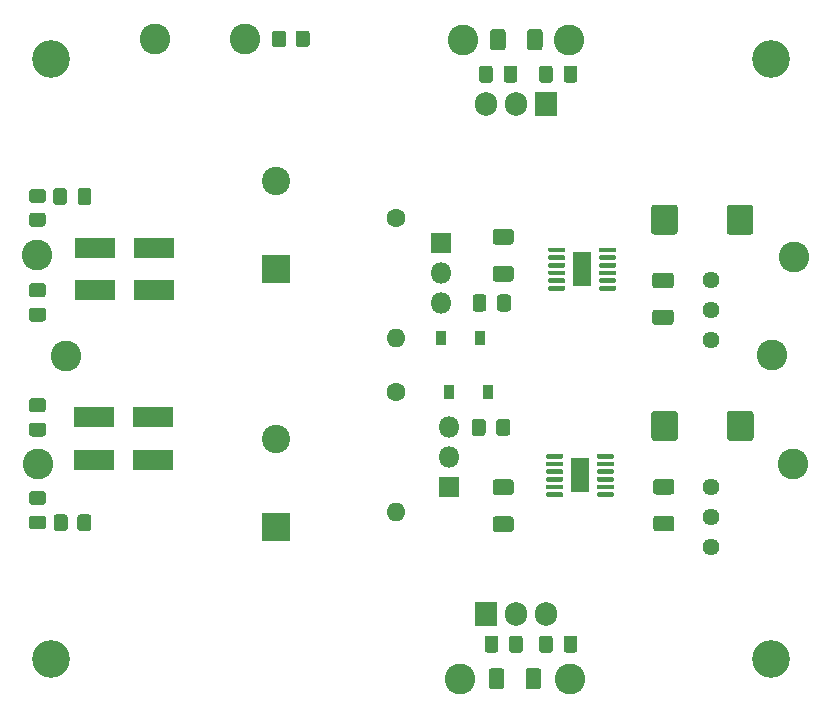
<source format=gbr>
G04 #@! TF.GenerationSoftware,KiCad,Pcbnew,(5.1.10-1-10_14)*
G04 #@! TF.CreationDate,2021-09-07T13:56:36+02:00*
G04 #@! TF.ProjectId,lv-lownoise-psu,6c762d6c-6f77-46e6-9f69-73652d707375,rev?*
G04 #@! TF.SameCoordinates,Original*
G04 #@! TF.FileFunction,Soldermask,Top*
G04 #@! TF.FilePolarity,Negative*
%FSLAX46Y46*%
G04 Gerber Fmt 4.6, Leading zero omitted, Abs format (unit mm)*
G04 Created by KiCad (PCBNEW (5.1.10-1-10_14)) date 2021-09-07 13:56:36*
%MOMM*%
%LPD*%
G01*
G04 APERTURE LIST*
%ADD10O,1.600000X1.600000*%
%ADD11C,1.600000*%
%ADD12O,1.800000X1.800000*%
%ADD13R,1.800000X1.800000*%
%ADD14R,0.900000X1.200000*%
%ADD15O,1.905000X2.000000*%
%ADD16R,1.905000X2.000000*%
%ADD17R,3.500000X1.800000*%
%ADD18R,1.650000X2.850000*%
%ADD19C,2.400000*%
%ADD20R,2.400000X2.400000*%
%ADD21C,2.600000*%
%ADD22C,1.440000*%
%ADD23C,3.200000*%
G04 APERTURE END LIST*
G36*
G01*
X123471500Y-84820999D02*
X123471500Y-86121001D01*
G75*
G02*
X123221501Y-86371000I-249999J0D01*
G01*
X122396499Y-86371000D01*
G75*
G02*
X122146500Y-86121001I0J249999D01*
G01*
X122146500Y-84820999D01*
G75*
G02*
X122396499Y-84571000I249999J0D01*
G01*
X123221501Y-84571000D01*
G75*
G02*
X123471500Y-84820999I0J-249999D01*
G01*
G37*
G36*
G01*
X126596500Y-84820999D02*
X126596500Y-86121001D01*
G75*
G02*
X126346501Y-86371000I-249999J0D01*
G01*
X125521499Y-86371000D01*
G75*
G02*
X125271500Y-86121001I0J249999D01*
G01*
X125271500Y-84820999D01*
G75*
G02*
X125521499Y-84571000I249999J0D01*
G01*
X126346501Y-84571000D01*
G75*
G02*
X126596500Y-84820999I0J-249999D01*
G01*
G37*
G36*
G01*
X125385000Y-32019001D02*
X125385000Y-30718999D01*
G75*
G02*
X125634999Y-30469000I249999J0D01*
G01*
X126460001Y-30469000D01*
G75*
G02*
X126710000Y-30718999I0J-249999D01*
G01*
X126710000Y-32019001D01*
G75*
G02*
X126460001Y-32269000I-249999J0D01*
G01*
X125634999Y-32269000D01*
G75*
G02*
X125385000Y-32019001I0J249999D01*
G01*
G37*
G36*
G01*
X122260000Y-32019001D02*
X122260000Y-30718999D01*
G75*
G02*
X122509999Y-30469000I249999J0D01*
G01*
X123335001Y-30469000D01*
G75*
G02*
X123585000Y-30718999I0J-249999D01*
G01*
X123585000Y-32019001D01*
G75*
G02*
X123335001Y-32269000I-249999J0D01*
G01*
X122509999Y-32269000D01*
G75*
G02*
X122260000Y-32019001I0J249999D01*
G01*
G37*
G36*
G01*
X123407500Y-34765000D02*
X123407500Y-33815000D01*
G75*
G02*
X123657500Y-33565000I250000J0D01*
G01*
X124332500Y-33565000D01*
G75*
G02*
X124582500Y-33815000I0J-250000D01*
G01*
X124582500Y-34765000D01*
G75*
G02*
X124332500Y-35015000I-250000J0D01*
G01*
X123657500Y-35015000D01*
G75*
G02*
X123407500Y-34765000I0J250000D01*
G01*
G37*
G36*
G01*
X121332500Y-34765000D02*
X121332500Y-33815000D01*
G75*
G02*
X121582500Y-33565000I250000J0D01*
G01*
X122257500Y-33565000D01*
G75*
G02*
X122507500Y-33815000I0J-250000D01*
G01*
X122507500Y-34765000D01*
G75*
G02*
X122257500Y-35015000I-250000J0D01*
G01*
X121582500Y-35015000D01*
G75*
G02*
X121332500Y-34765000I0J250000D01*
G01*
G37*
D10*
X114300000Y-71374000D03*
D11*
X114300000Y-61214000D03*
D10*
X114300000Y-56642000D03*
D11*
X114300000Y-46482000D03*
G36*
G01*
X83496999Y-46009000D02*
X84397001Y-46009000D01*
G75*
G02*
X84647000Y-46258999I0J-249999D01*
G01*
X84647000Y-46959001D01*
G75*
G02*
X84397001Y-47209000I-249999J0D01*
G01*
X83496999Y-47209000D01*
G75*
G02*
X83247000Y-46959001I0J249999D01*
G01*
X83247000Y-46258999D01*
G75*
G02*
X83496999Y-46009000I249999J0D01*
G01*
G37*
G36*
G01*
X83496999Y-44009000D02*
X84397001Y-44009000D01*
G75*
G02*
X84647000Y-44258999I0J-249999D01*
G01*
X84647000Y-44959001D01*
G75*
G02*
X84397001Y-45209000I-249999J0D01*
G01*
X83496999Y-45209000D01*
G75*
G02*
X83247000Y-44959001I0J249999D01*
G01*
X83247000Y-44258999D01*
G75*
G02*
X83496999Y-44009000I249999J0D01*
G01*
G37*
G36*
G01*
X87315500Y-72713001D02*
X87315500Y-71812999D01*
G75*
G02*
X87565499Y-71563000I249999J0D01*
G01*
X88265501Y-71563000D01*
G75*
G02*
X88515500Y-71812999I0J-249999D01*
G01*
X88515500Y-72713001D01*
G75*
G02*
X88265501Y-72963000I-249999J0D01*
G01*
X87565499Y-72963000D01*
G75*
G02*
X87315500Y-72713001I0J249999D01*
G01*
G37*
G36*
G01*
X85315500Y-72713001D02*
X85315500Y-71812999D01*
G75*
G02*
X85565499Y-71563000I249999J0D01*
G01*
X86265501Y-71563000D01*
G75*
G02*
X86515500Y-71812999I0J-249999D01*
G01*
X86515500Y-72713001D01*
G75*
G02*
X86265501Y-72963000I-249999J0D01*
G01*
X85565499Y-72963000D01*
G75*
G02*
X85315500Y-72713001I0J249999D01*
G01*
G37*
D12*
X118808500Y-64198500D03*
X118808500Y-66738500D03*
D13*
X118808500Y-69278500D03*
D12*
X118110000Y-53657500D03*
X118110000Y-51117500D03*
D13*
X118110000Y-48577500D03*
D14*
X118808500Y-61214000D03*
X122108500Y-61214000D03*
X121410000Y-56642000D03*
X118110000Y-56642000D03*
G36*
G01*
X137619501Y-69877500D02*
X136319499Y-69877500D01*
G75*
G02*
X136069500Y-69627501I0J249999D01*
G01*
X136069500Y-68802499D01*
G75*
G02*
X136319499Y-68552500I249999J0D01*
G01*
X137619501Y-68552500D01*
G75*
G02*
X137869500Y-68802499I0J-249999D01*
G01*
X137869500Y-69627501D01*
G75*
G02*
X137619501Y-69877500I-249999J0D01*
G01*
G37*
G36*
G01*
X137619501Y-73002500D02*
X136319499Y-73002500D01*
G75*
G02*
X136069500Y-72752501I0J249999D01*
G01*
X136069500Y-71927499D01*
G75*
G02*
X136319499Y-71677500I249999J0D01*
G01*
X137619501Y-71677500D01*
G75*
G02*
X137869500Y-71927499I0J-249999D01*
G01*
X137869500Y-72752501D01*
G75*
G02*
X137619501Y-73002500I-249999J0D01*
G01*
G37*
G36*
G01*
X136255999Y-54215000D02*
X137556001Y-54215000D01*
G75*
G02*
X137806000Y-54464999I0J-249999D01*
G01*
X137806000Y-55290001D01*
G75*
G02*
X137556001Y-55540000I-249999J0D01*
G01*
X136255999Y-55540000D01*
G75*
G02*
X136006000Y-55290001I0J249999D01*
G01*
X136006000Y-54464999D01*
G75*
G02*
X136255999Y-54215000I249999J0D01*
G01*
G37*
G36*
G01*
X136255999Y-51090000D02*
X137556001Y-51090000D01*
G75*
G02*
X137806000Y-51339999I0J-249999D01*
G01*
X137806000Y-52165001D01*
G75*
G02*
X137556001Y-52415000I-249999J0D01*
G01*
X136255999Y-52415000D01*
G75*
G02*
X136006000Y-52165001I0J249999D01*
G01*
X136006000Y-51339999D01*
G75*
G02*
X136255999Y-51090000I249999J0D01*
G01*
G37*
G36*
G01*
X124030501Y-69927500D02*
X122730499Y-69927500D01*
G75*
G02*
X122480500Y-69677501I0J249999D01*
G01*
X122480500Y-68852499D01*
G75*
G02*
X122730499Y-68602500I249999J0D01*
G01*
X124030501Y-68602500D01*
G75*
G02*
X124280500Y-68852499I0J-249999D01*
G01*
X124280500Y-69677501D01*
G75*
G02*
X124030501Y-69927500I-249999J0D01*
G01*
G37*
G36*
G01*
X124030501Y-73052500D02*
X122730499Y-73052500D01*
G75*
G02*
X122480500Y-72802501I0J249999D01*
G01*
X122480500Y-71977499D01*
G75*
G02*
X122730499Y-71727500I249999J0D01*
G01*
X124030501Y-71727500D01*
G75*
G02*
X124280500Y-71977499I0J-249999D01*
G01*
X124280500Y-72802501D01*
G75*
G02*
X124030501Y-73052500I-249999J0D01*
G01*
G37*
G36*
G01*
X124030501Y-48718500D02*
X122730499Y-48718500D01*
G75*
G02*
X122480500Y-48468501I0J249999D01*
G01*
X122480500Y-47643499D01*
G75*
G02*
X122730499Y-47393500I249999J0D01*
G01*
X124030501Y-47393500D01*
G75*
G02*
X124280500Y-47643499I0J-249999D01*
G01*
X124280500Y-48468501D01*
G75*
G02*
X124030501Y-48718500I-249999J0D01*
G01*
G37*
G36*
G01*
X124030501Y-51843500D02*
X122730499Y-51843500D01*
G75*
G02*
X122480500Y-51593501I0J249999D01*
G01*
X122480500Y-50768499D01*
G75*
G02*
X122730499Y-50518500I249999J0D01*
G01*
X124030501Y-50518500D01*
G75*
G02*
X124280500Y-50768499I0J-249999D01*
G01*
X124280500Y-51593501D01*
G75*
G02*
X124030501Y-51843500I-249999J0D01*
G01*
G37*
G36*
G01*
X121893000Y-63723500D02*
X121893000Y-64673500D01*
G75*
G02*
X121643000Y-64923500I-250000J0D01*
G01*
X120968000Y-64923500D01*
G75*
G02*
X120718000Y-64673500I0J250000D01*
G01*
X120718000Y-63723500D01*
G75*
G02*
X120968000Y-63473500I250000J0D01*
G01*
X121643000Y-63473500D01*
G75*
G02*
X121893000Y-63723500I0J-250000D01*
G01*
G37*
G36*
G01*
X123968000Y-63723500D02*
X123968000Y-64673500D01*
G75*
G02*
X123718000Y-64923500I-250000J0D01*
G01*
X123043000Y-64923500D01*
G75*
G02*
X122793000Y-64673500I0J250000D01*
G01*
X122793000Y-63723500D01*
G75*
G02*
X123043000Y-63473500I250000J0D01*
G01*
X123718000Y-63473500D01*
G75*
G02*
X123968000Y-63723500I0J-250000D01*
G01*
G37*
G36*
G01*
X122856500Y-54132500D02*
X122856500Y-53182500D01*
G75*
G02*
X123106500Y-52932500I250000J0D01*
G01*
X123781500Y-52932500D01*
G75*
G02*
X124031500Y-53182500I0J-250000D01*
G01*
X124031500Y-54132500D01*
G75*
G02*
X123781500Y-54382500I-250000J0D01*
G01*
X123106500Y-54382500D01*
G75*
G02*
X122856500Y-54132500I0J250000D01*
G01*
G37*
G36*
G01*
X120781500Y-54132500D02*
X120781500Y-53182500D01*
G75*
G02*
X121031500Y-52932500I250000J0D01*
G01*
X121706500Y-52932500D01*
G75*
G02*
X121956500Y-53182500I0J-250000D01*
G01*
X121956500Y-54132500D01*
G75*
G02*
X121706500Y-54382500I-250000J0D01*
G01*
X121031500Y-54382500D01*
G75*
G02*
X120781500Y-54132500I0J250000D01*
G01*
G37*
G36*
G01*
X86439500Y-44165500D02*
X86439500Y-45115500D01*
G75*
G02*
X86189500Y-45365500I-250000J0D01*
G01*
X85514500Y-45365500D01*
G75*
G02*
X85264500Y-45115500I0J250000D01*
G01*
X85264500Y-44165500D01*
G75*
G02*
X85514500Y-43915500I250000J0D01*
G01*
X86189500Y-43915500D01*
G75*
G02*
X86439500Y-44165500I0J-250000D01*
G01*
G37*
G36*
G01*
X88514500Y-44165500D02*
X88514500Y-45115500D01*
G75*
G02*
X88264500Y-45365500I-250000J0D01*
G01*
X87589500Y-45365500D01*
G75*
G02*
X87339500Y-45115500I0J250000D01*
G01*
X87339500Y-44165500D01*
G75*
G02*
X87589500Y-43915500I250000J0D01*
G01*
X88264500Y-43915500D01*
G75*
G02*
X88514500Y-44165500I0J-250000D01*
G01*
G37*
G36*
G01*
X83472000Y-71655000D02*
X84422000Y-71655000D01*
G75*
G02*
X84672000Y-71905000I0J-250000D01*
G01*
X84672000Y-72580000D01*
G75*
G02*
X84422000Y-72830000I-250000J0D01*
G01*
X83472000Y-72830000D01*
G75*
G02*
X83222000Y-72580000I0J250000D01*
G01*
X83222000Y-71905000D01*
G75*
G02*
X83472000Y-71655000I250000J0D01*
G01*
G37*
G36*
G01*
X83472000Y-69580000D02*
X84422000Y-69580000D01*
G75*
G02*
X84672000Y-69830000I0J-250000D01*
G01*
X84672000Y-70505000D01*
G75*
G02*
X84422000Y-70755000I-250000J0D01*
G01*
X83472000Y-70755000D01*
G75*
G02*
X83222000Y-70505000I0J250000D01*
G01*
X83222000Y-69830000D01*
G75*
G02*
X83472000Y-69580000I250000J0D01*
G01*
G37*
G36*
G01*
X84422000Y-53165500D02*
X83472000Y-53165500D01*
G75*
G02*
X83222000Y-52915500I0J250000D01*
G01*
X83222000Y-52240500D01*
G75*
G02*
X83472000Y-51990500I250000J0D01*
G01*
X84422000Y-51990500D01*
G75*
G02*
X84672000Y-52240500I0J-250000D01*
G01*
X84672000Y-52915500D01*
G75*
G02*
X84422000Y-53165500I-250000J0D01*
G01*
G37*
G36*
G01*
X84422000Y-55240500D02*
X83472000Y-55240500D01*
G75*
G02*
X83222000Y-54990500I0J250000D01*
G01*
X83222000Y-54315500D01*
G75*
G02*
X83472000Y-54065500I250000J0D01*
G01*
X84422000Y-54065500D01*
G75*
G02*
X84672000Y-54315500I0J-250000D01*
G01*
X84672000Y-54990500D01*
G75*
G02*
X84422000Y-55240500I-250000J0D01*
G01*
G37*
G36*
G01*
X84422000Y-62901500D02*
X83472000Y-62901500D01*
G75*
G02*
X83222000Y-62651500I0J250000D01*
G01*
X83222000Y-61976500D01*
G75*
G02*
X83472000Y-61726500I250000J0D01*
G01*
X84422000Y-61726500D01*
G75*
G02*
X84672000Y-61976500I0J-250000D01*
G01*
X84672000Y-62651500D01*
G75*
G02*
X84422000Y-62901500I-250000J0D01*
G01*
G37*
G36*
G01*
X84422000Y-64976500D02*
X83472000Y-64976500D01*
G75*
G02*
X83222000Y-64726500I0J250000D01*
G01*
X83222000Y-64051500D01*
G75*
G02*
X83472000Y-63801500I250000J0D01*
G01*
X84422000Y-63801500D01*
G75*
G02*
X84672000Y-64051500I0J-250000D01*
G01*
X84672000Y-64726500D01*
G75*
G02*
X84422000Y-64976500I-250000J0D01*
G01*
G37*
G36*
G01*
X138171500Y-63046499D02*
X138171500Y-65096501D01*
G75*
G02*
X137921501Y-65346500I-249999J0D01*
G01*
X136171499Y-65346500D01*
G75*
G02*
X135921500Y-65096501I0J249999D01*
G01*
X135921500Y-63046499D01*
G75*
G02*
X136171499Y-62796500I249999J0D01*
G01*
X137921501Y-62796500D01*
G75*
G02*
X138171500Y-63046499I0J-249999D01*
G01*
G37*
G36*
G01*
X144571500Y-63046499D02*
X144571500Y-65096501D01*
G75*
G02*
X144321501Y-65346500I-249999J0D01*
G01*
X142571499Y-65346500D01*
G75*
G02*
X142321500Y-65096501I0J249999D01*
G01*
X142321500Y-63046499D01*
G75*
G02*
X142571499Y-62796500I249999J0D01*
G01*
X144321501Y-62796500D01*
G75*
G02*
X144571500Y-63046499I0J-249999D01*
G01*
G37*
G36*
G01*
X142308000Y-47634001D02*
X142308000Y-45583999D01*
G75*
G02*
X142557999Y-45334000I249999J0D01*
G01*
X144308001Y-45334000D01*
G75*
G02*
X144558000Y-45583999I0J-249999D01*
G01*
X144558000Y-47634001D01*
G75*
G02*
X144308001Y-47884000I-249999J0D01*
G01*
X142557999Y-47884000D01*
G75*
G02*
X142308000Y-47634001I0J249999D01*
G01*
G37*
G36*
G01*
X135908000Y-47634001D02*
X135908000Y-45583999D01*
G75*
G02*
X136157999Y-45334000I249999J0D01*
G01*
X137908001Y-45334000D01*
G75*
G02*
X138158000Y-45583999I0J-249999D01*
G01*
X138158000Y-47634001D01*
G75*
G02*
X137908001Y-47884000I-249999J0D01*
G01*
X136157999Y-47884000D01*
G75*
G02*
X135908000Y-47634001I0J249999D01*
G01*
G37*
D15*
X127000000Y-80010000D03*
X124460000Y-80010000D03*
D16*
X121920000Y-80010000D03*
D15*
X121920000Y-36830000D03*
X124460000Y-36830000D03*
D16*
X127000000Y-36830000D03*
D17*
X88827600Y-52578000D03*
X93827600Y-52578000D03*
X88827600Y-48971200D03*
X93827600Y-48971200D03*
X93726000Y-63296800D03*
X88726000Y-63296800D03*
X93726000Y-66954400D03*
X88726000Y-66954400D03*
D18*
X129886600Y-68261900D03*
G36*
G01*
X131311600Y-66736900D02*
X131311600Y-66536900D01*
G75*
G02*
X131411600Y-66436900I100000J0D01*
G01*
X132661600Y-66436900D01*
G75*
G02*
X132761600Y-66536900I0J-100000D01*
G01*
X132761600Y-66736900D01*
G75*
G02*
X132661600Y-66836900I-100000J0D01*
G01*
X131411600Y-66836900D01*
G75*
G02*
X131311600Y-66736900I0J100000D01*
G01*
G37*
G36*
G01*
X131311600Y-67386900D02*
X131311600Y-67186900D01*
G75*
G02*
X131411600Y-67086900I100000J0D01*
G01*
X132661600Y-67086900D01*
G75*
G02*
X132761600Y-67186900I0J-100000D01*
G01*
X132761600Y-67386900D01*
G75*
G02*
X132661600Y-67486900I-100000J0D01*
G01*
X131411600Y-67486900D01*
G75*
G02*
X131311600Y-67386900I0J100000D01*
G01*
G37*
G36*
G01*
X131311600Y-68036900D02*
X131311600Y-67836900D01*
G75*
G02*
X131411600Y-67736900I100000J0D01*
G01*
X132661600Y-67736900D01*
G75*
G02*
X132761600Y-67836900I0J-100000D01*
G01*
X132761600Y-68036900D01*
G75*
G02*
X132661600Y-68136900I-100000J0D01*
G01*
X131411600Y-68136900D01*
G75*
G02*
X131311600Y-68036900I0J100000D01*
G01*
G37*
G36*
G01*
X131311600Y-68686900D02*
X131311600Y-68486900D01*
G75*
G02*
X131411600Y-68386900I100000J0D01*
G01*
X132661600Y-68386900D01*
G75*
G02*
X132761600Y-68486900I0J-100000D01*
G01*
X132761600Y-68686900D01*
G75*
G02*
X132661600Y-68786900I-100000J0D01*
G01*
X131411600Y-68786900D01*
G75*
G02*
X131311600Y-68686900I0J100000D01*
G01*
G37*
G36*
G01*
X131311600Y-69336900D02*
X131311600Y-69136900D01*
G75*
G02*
X131411600Y-69036900I100000J0D01*
G01*
X132661600Y-69036900D01*
G75*
G02*
X132761600Y-69136900I0J-100000D01*
G01*
X132761600Y-69336900D01*
G75*
G02*
X132661600Y-69436900I-100000J0D01*
G01*
X131411600Y-69436900D01*
G75*
G02*
X131311600Y-69336900I0J100000D01*
G01*
G37*
G36*
G01*
X131311600Y-69986900D02*
X131311600Y-69786900D01*
G75*
G02*
X131411600Y-69686900I100000J0D01*
G01*
X132661600Y-69686900D01*
G75*
G02*
X132761600Y-69786900I0J-100000D01*
G01*
X132761600Y-69986900D01*
G75*
G02*
X132661600Y-70086900I-100000J0D01*
G01*
X131411600Y-70086900D01*
G75*
G02*
X131311600Y-69986900I0J100000D01*
G01*
G37*
G36*
G01*
X127011600Y-69986900D02*
X127011600Y-69786900D01*
G75*
G02*
X127111600Y-69686900I100000J0D01*
G01*
X128361600Y-69686900D01*
G75*
G02*
X128461600Y-69786900I0J-100000D01*
G01*
X128461600Y-69986900D01*
G75*
G02*
X128361600Y-70086900I-100000J0D01*
G01*
X127111600Y-70086900D01*
G75*
G02*
X127011600Y-69986900I0J100000D01*
G01*
G37*
G36*
G01*
X127011600Y-69336900D02*
X127011600Y-69136900D01*
G75*
G02*
X127111600Y-69036900I100000J0D01*
G01*
X128361600Y-69036900D01*
G75*
G02*
X128461600Y-69136900I0J-100000D01*
G01*
X128461600Y-69336900D01*
G75*
G02*
X128361600Y-69436900I-100000J0D01*
G01*
X127111600Y-69436900D01*
G75*
G02*
X127011600Y-69336900I0J100000D01*
G01*
G37*
G36*
G01*
X127011600Y-68686900D02*
X127011600Y-68486900D01*
G75*
G02*
X127111600Y-68386900I100000J0D01*
G01*
X128361600Y-68386900D01*
G75*
G02*
X128461600Y-68486900I0J-100000D01*
G01*
X128461600Y-68686900D01*
G75*
G02*
X128361600Y-68786900I-100000J0D01*
G01*
X127111600Y-68786900D01*
G75*
G02*
X127011600Y-68686900I0J100000D01*
G01*
G37*
G36*
G01*
X127011600Y-68036900D02*
X127011600Y-67836900D01*
G75*
G02*
X127111600Y-67736900I100000J0D01*
G01*
X128361600Y-67736900D01*
G75*
G02*
X128461600Y-67836900I0J-100000D01*
G01*
X128461600Y-68036900D01*
G75*
G02*
X128361600Y-68136900I-100000J0D01*
G01*
X127111600Y-68136900D01*
G75*
G02*
X127011600Y-68036900I0J100000D01*
G01*
G37*
G36*
G01*
X127011600Y-67386900D02*
X127011600Y-67186900D01*
G75*
G02*
X127111600Y-67086900I100000J0D01*
G01*
X128361600Y-67086900D01*
G75*
G02*
X128461600Y-67186900I0J-100000D01*
G01*
X128461600Y-67386900D01*
G75*
G02*
X128361600Y-67486900I-100000J0D01*
G01*
X127111600Y-67486900D01*
G75*
G02*
X127011600Y-67386900I0J100000D01*
G01*
G37*
G36*
G01*
X127011600Y-66736900D02*
X127011600Y-66536900D01*
G75*
G02*
X127111600Y-66436900I100000J0D01*
G01*
X128361600Y-66436900D01*
G75*
G02*
X128461600Y-66536900I0J-100000D01*
G01*
X128461600Y-66736900D01*
G75*
G02*
X128361600Y-66836900I-100000J0D01*
G01*
X127111600Y-66836900D01*
G75*
G02*
X127011600Y-66736900I0J100000D01*
G01*
G37*
D19*
X104140000Y-65151000D03*
D20*
X104140000Y-72651000D03*
D19*
X104140000Y-43300000D03*
D20*
X104140000Y-50800000D03*
G36*
G01*
X105794000Y-31755501D02*
X105794000Y-30855499D01*
G75*
G02*
X106043999Y-30605500I249999J0D01*
G01*
X106744001Y-30605500D01*
G75*
G02*
X106994000Y-30855499I0J-249999D01*
G01*
X106994000Y-31755501D01*
G75*
G02*
X106744001Y-32005500I-249999J0D01*
G01*
X106043999Y-32005500D01*
G75*
G02*
X105794000Y-31755501I0J249999D01*
G01*
G37*
G36*
G01*
X103794000Y-31755501D02*
X103794000Y-30855499D01*
G75*
G02*
X104043999Y-30605500I249999J0D01*
G01*
X104744001Y-30605500D01*
G75*
G02*
X104994000Y-30855499I0J-249999D01*
G01*
X104994000Y-31755501D01*
G75*
G02*
X104744001Y-32005500I-249999J0D01*
G01*
X104043999Y-32005500D01*
G75*
G02*
X103794000Y-31755501I0J249999D01*
G01*
G37*
D21*
X119761000Y-85471000D03*
X129032000Y-85471000D03*
X128968500Y-31369000D03*
X120015000Y-31369000D03*
X93916500Y-31305500D03*
X101536500Y-31305500D03*
G36*
G01*
X127587500Y-82075000D02*
X127587500Y-83025000D01*
G75*
G02*
X127337500Y-83275000I-250000J0D01*
G01*
X126662500Y-83275000D01*
G75*
G02*
X126412500Y-83025000I0J250000D01*
G01*
X126412500Y-82075000D01*
G75*
G02*
X126662500Y-81825000I250000J0D01*
G01*
X127337500Y-81825000D01*
G75*
G02*
X127587500Y-82075000I0J-250000D01*
G01*
G37*
G36*
G01*
X129662500Y-82075000D02*
X129662500Y-83025000D01*
G75*
G02*
X129412500Y-83275000I-250000J0D01*
G01*
X128737500Y-83275000D01*
G75*
G02*
X128487500Y-83025000I0J250000D01*
G01*
X128487500Y-82075000D01*
G75*
G02*
X128737500Y-81825000I250000J0D01*
G01*
X129412500Y-81825000D01*
G75*
G02*
X129662500Y-82075000I0J-250000D01*
G01*
G37*
G36*
G01*
X123872500Y-83025000D02*
X123872500Y-82075000D01*
G75*
G02*
X124122500Y-81825000I250000J0D01*
G01*
X124797500Y-81825000D01*
G75*
G02*
X125047500Y-82075000I0J-250000D01*
G01*
X125047500Y-83025000D01*
G75*
G02*
X124797500Y-83275000I-250000J0D01*
G01*
X124122500Y-83275000D01*
G75*
G02*
X123872500Y-83025000I0J250000D01*
G01*
G37*
G36*
G01*
X121797500Y-83025000D02*
X121797500Y-82075000D01*
G75*
G02*
X122047500Y-81825000I250000J0D01*
G01*
X122722500Y-81825000D01*
G75*
G02*
X122972500Y-82075000I0J-250000D01*
G01*
X122972500Y-83025000D01*
G75*
G02*
X122722500Y-83275000I-250000J0D01*
G01*
X122047500Y-83275000D01*
G75*
G02*
X121797500Y-83025000I0J250000D01*
G01*
G37*
G36*
G01*
X128487500Y-34765000D02*
X128487500Y-33815000D01*
G75*
G02*
X128737500Y-33565000I250000J0D01*
G01*
X129412500Y-33565000D01*
G75*
G02*
X129662500Y-33815000I0J-250000D01*
G01*
X129662500Y-34765000D01*
G75*
G02*
X129412500Y-35015000I-250000J0D01*
G01*
X128737500Y-35015000D01*
G75*
G02*
X128487500Y-34765000I0J250000D01*
G01*
G37*
G36*
G01*
X126412500Y-34765000D02*
X126412500Y-33815000D01*
G75*
G02*
X126662500Y-33565000I250000J0D01*
G01*
X127337500Y-33565000D01*
G75*
G02*
X127587500Y-33815000I0J-250000D01*
G01*
X127587500Y-34765000D01*
G75*
G02*
X127337500Y-35015000I-250000J0D01*
G01*
X126662500Y-35015000D01*
G75*
G02*
X126412500Y-34765000I0J250000D01*
G01*
G37*
D22*
X140970000Y-74295000D03*
X140970000Y-71755000D03*
X140970000Y-69215000D03*
D18*
X130064400Y-50787900D03*
G36*
G01*
X131489400Y-49262900D02*
X131489400Y-49062900D01*
G75*
G02*
X131589400Y-48962900I100000J0D01*
G01*
X132839400Y-48962900D01*
G75*
G02*
X132939400Y-49062900I0J-100000D01*
G01*
X132939400Y-49262900D01*
G75*
G02*
X132839400Y-49362900I-100000J0D01*
G01*
X131589400Y-49362900D01*
G75*
G02*
X131489400Y-49262900I0J100000D01*
G01*
G37*
G36*
G01*
X131489400Y-49912900D02*
X131489400Y-49712900D01*
G75*
G02*
X131589400Y-49612900I100000J0D01*
G01*
X132839400Y-49612900D01*
G75*
G02*
X132939400Y-49712900I0J-100000D01*
G01*
X132939400Y-49912900D01*
G75*
G02*
X132839400Y-50012900I-100000J0D01*
G01*
X131589400Y-50012900D01*
G75*
G02*
X131489400Y-49912900I0J100000D01*
G01*
G37*
G36*
G01*
X131489400Y-50562900D02*
X131489400Y-50362900D01*
G75*
G02*
X131589400Y-50262900I100000J0D01*
G01*
X132839400Y-50262900D01*
G75*
G02*
X132939400Y-50362900I0J-100000D01*
G01*
X132939400Y-50562900D01*
G75*
G02*
X132839400Y-50662900I-100000J0D01*
G01*
X131589400Y-50662900D01*
G75*
G02*
X131489400Y-50562900I0J100000D01*
G01*
G37*
G36*
G01*
X131489400Y-51212900D02*
X131489400Y-51012900D01*
G75*
G02*
X131589400Y-50912900I100000J0D01*
G01*
X132839400Y-50912900D01*
G75*
G02*
X132939400Y-51012900I0J-100000D01*
G01*
X132939400Y-51212900D01*
G75*
G02*
X132839400Y-51312900I-100000J0D01*
G01*
X131589400Y-51312900D01*
G75*
G02*
X131489400Y-51212900I0J100000D01*
G01*
G37*
G36*
G01*
X131489400Y-51862900D02*
X131489400Y-51662900D01*
G75*
G02*
X131589400Y-51562900I100000J0D01*
G01*
X132839400Y-51562900D01*
G75*
G02*
X132939400Y-51662900I0J-100000D01*
G01*
X132939400Y-51862900D01*
G75*
G02*
X132839400Y-51962900I-100000J0D01*
G01*
X131589400Y-51962900D01*
G75*
G02*
X131489400Y-51862900I0J100000D01*
G01*
G37*
G36*
G01*
X131489400Y-52512900D02*
X131489400Y-52312900D01*
G75*
G02*
X131589400Y-52212900I100000J0D01*
G01*
X132839400Y-52212900D01*
G75*
G02*
X132939400Y-52312900I0J-100000D01*
G01*
X132939400Y-52512900D01*
G75*
G02*
X132839400Y-52612900I-100000J0D01*
G01*
X131589400Y-52612900D01*
G75*
G02*
X131489400Y-52512900I0J100000D01*
G01*
G37*
G36*
G01*
X127189400Y-52512900D02*
X127189400Y-52312900D01*
G75*
G02*
X127289400Y-52212900I100000J0D01*
G01*
X128539400Y-52212900D01*
G75*
G02*
X128639400Y-52312900I0J-100000D01*
G01*
X128639400Y-52512900D01*
G75*
G02*
X128539400Y-52612900I-100000J0D01*
G01*
X127289400Y-52612900D01*
G75*
G02*
X127189400Y-52512900I0J100000D01*
G01*
G37*
G36*
G01*
X127189400Y-51862900D02*
X127189400Y-51662900D01*
G75*
G02*
X127289400Y-51562900I100000J0D01*
G01*
X128539400Y-51562900D01*
G75*
G02*
X128639400Y-51662900I0J-100000D01*
G01*
X128639400Y-51862900D01*
G75*
G02*
X128539400Y-51962900I-100000J0D01*
G01*
X127289400Y-51962900D01*
G75*
G02*
X127189400Y-51862900I0J100000D01*
G01*
G37*
G36*
G01*
X127189400Y-51212900D02*
X127189400Y-51012900D01*
G75*
G02*
X127289400Y-50912900I100000J0D01*
G01*
X128539400Y-50912900D01*
G75*
G02*
X128639400Y-51012900I0J-100000D01*
G01*
X128639400Y-51212900D01*
G75*
G02*
X128539400Y-51312900I-100000J0D01*
G01*
X127289400Y-51312900D01*
G75*
G02*
X127189400Y-51212900I0J100000D01*
G01*
G37*
G36*
G01*
X127189400Y-50562900D02*
X127189400Y-50362900D01*
G75*
G02*
X127289400Y-50262900I100000J0D01*
G01*
X128539400Y-50262900D01*
G75*
G02*
X128639400Y-50362900I0J-100000D01*
G01*
X128639400Y-50562900D01*
G75*
G02*
X128539400Y-50662900I-100000J0D01*
G01*
X127289400Y-50662900D01*
G75*
G02*
X127189400Y-50562900I0J100000D01*
G01*
G37*
G36*
G01*
X127189400Y-49912900D02*
X127189400Y-49712900D01*
G75*
G02*
X127289400Y-49612900I100000J0D01*
G01*
X128539400Y-49612900D01*
G75*
G02*
X128639400Y-49712900I0J-100000D01*
G01*
X128639400Y-49912900D01*
G75*
G02*
X128539400Y-50012900I-100000J0D01*
G01*
X127289400Y-50012900D01*
G75*
G02*
X127189400Y-49912900I0J100000D01*
G01*
G37*
G36*
G01*
X127189400Y-49262900D02*
X127189400Y-49062900D01*
G75*
G02*
X127289400Y-48962900I100000J0D01*
G01*
X128539400Y-48962900D01*
G75*
G02*
X128639400Y-49062900I0J-100000D01*
G01*
X128639400Y-49262900D01*
G75*
G02*
X128539400Y-49362900I-100000J0D01*
G01*
X127289400Y-49362900D01*
G75*
G02*
X127189400Y-49262900I0J100000D01*
G01*
G37*
D22*
X140970000Y-56832500D03*
X140970000Y-54292500D03*
X140970000Y-51752500D03*
D21*
X147955000Y-67310000D03*
X146113500Y-58039000D03*
X148018500Y-49784000D03*
X83921600Y-49631600D03*
X86360000Y-58166000D03*
X83972400Y-67259200D03*
D23*
X146050000Y-33020000D03*
X146050000Y-83820000D03*
X85090000Y-83820000D03*
X85090000Y-33020000D03*
M02*

</source>
